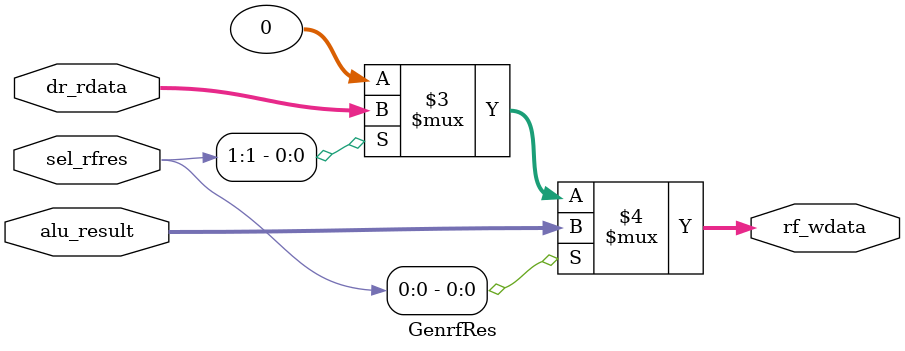
<source format=v>
`timescale 1ns / 1ps


module GenrfRes(
    input   wire [31:0] alu_result,
    input   wire [31:0] dr_rdata,
    input   wire [ 1:0] sel_rfres, // 控制信号
    output  wire [31:0] rf_wdata
);

assign rf_wdata = (sel_rfres[0] == 1'b1) ? alu_result:
                  (sel_rfres[1] == 1'b1) ? dr_rdata:
                                           32'd0;

endmodule

</source>
